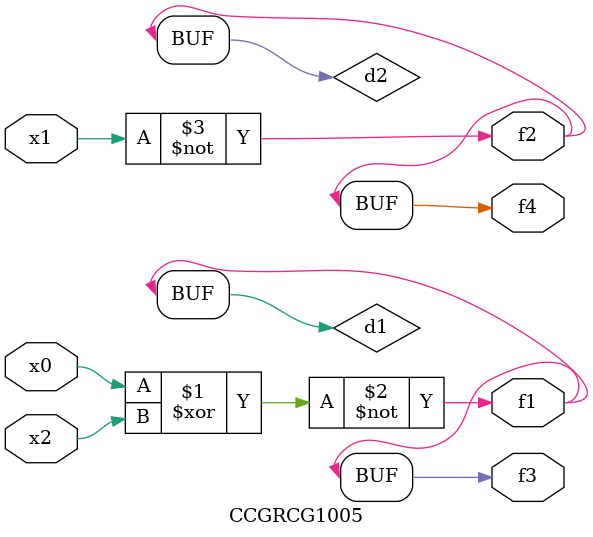
<source format=v>
module CCGRCG1005(
	input x0, x1, x2,
	output f1, f2, f3, f4
);

	wire d1, d2, d3;

	xnor (d1, x0, x2);
	nand (d2, x1);
	nor (d3, x1, x2);
	assign f1 = d1;
	assign f2 = d2;
	assign f3 = d1;
	assign f4 = d2;
endmodule

</source>
